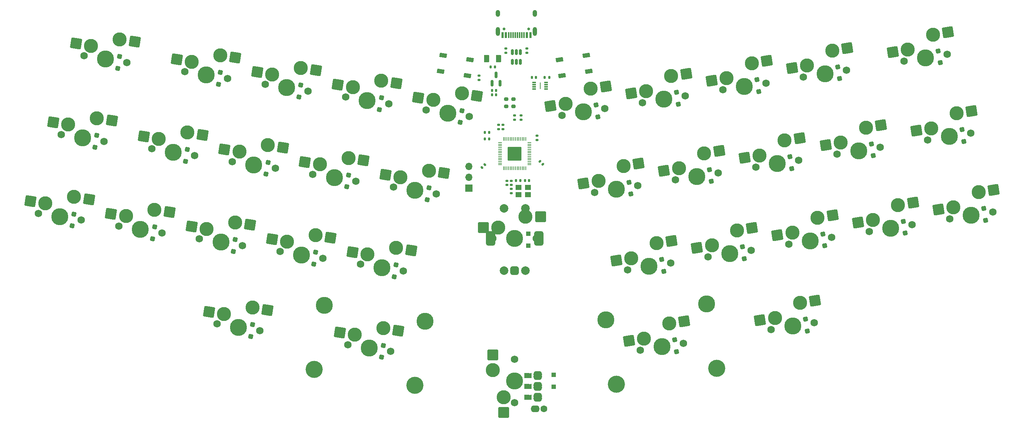
<source format=gbr>
%TF.GenerationSoftware,KiCad,Pcbnew,(7.0.0)*%
%TF.CreationDate,2024-04-21T17:58:07+02:00*%
%TF.ProjectId,clops,636c6f70-732e-46b6-9963-61645f706362,rev?*%
%TF.SameCoordinates,Original*%
%TF.FileFunction,Soldermask,Bot*%
%TF.FilePolarity,Negative*%
%FSLAX46Y46*%
G04 Gerber Fmt 4.6, Leading zero omitted, Abs format (unit mm)*
G04 Created by KiCad (PCBNEW (7.0.0)) date 2024-04-21 17:58:07*
%MOMM*%
%LPD*%
G01*
G04 APERTURE LIST*
G04 Aperture macros list*
%AMRoundRect*
0 Rectangle with rounded corners*
0 $1 Rounding radius*
0 $2 $3 $4 $5 $6 $7 $8 $9 X,Y pos of 4 corners*
0 Add a 4 corners polygon primitive as box body*
4,1,4,$2,$3,$4,$5,$6,$7,$8,$9,$2,$3,0*
0 Add four circle primitives for the rounded corners*
1,1,$1+$1,$2,$3*
1,1,$1+$1,$4,$5*
1,1,$1+$1,$6,$7*
1,1,$1+$1,$8,$9*
0 Add four rect primitives between the rounded corners*
20,1,$1+$1,$2,$3,$4,$5,0*
20,1,$1+$1,$4,$5,$6,$7,0*
20,1,$1+$1,$6,$7,$8,$9,0*
20,1,$1+$1,$8,$9,$2,$3,0*%
%AMRotRect*
0 Rectangle, with rotation*
0 The origin of the aperture is its center*
0 $1 length*
0 $2 width*
0 $3 Rotation angle, in degrees counterclockwise*
0 Add horizontal line*
21,1,$1,$2,0,0,$3*%
%AMFreePoly0*
4,1,6,0.600000,-0.250000,-0.600000,-0.250000,-0.600000,1.000000,0.000000,0.400000,0.600000,1.000000,0.600000,-0.250000,0.600000,-0.250000,$1*%
%AMFreePoly1*
4,1,6,0.600000,0.200000,0.000000,-0.400000,-0.600000,0.200000,-0.600000,0.400000,0.600000,0.400000,0.600000,0.200000,0.600000,0.200000,$1*%
G04 Aperture macros list end*
%ADD10C,0.100000*%
%ADD11C,4.000000*%
%ADD12C,3.987800*%
%ADD13R,1.700000X1.700000*%
%ADD14O,1.700000X1.700000*%
%ADD15O,2.100000X1.600000*%
%ADD16FreePoly0,270.000000*%
%ADD17FreePoly1,270.000000*%
%ADD18C,1.600000*%
%ADD19C,2.000000*%
%ADD20RoundRect,0.500000X0.500000X-0.500000X0.500000X0.500000X-0.500000X0.500000X-0.500000X-0.500000X0*%
%ADD21RoundRect,0.550000X0.550000X-1.150000X0.550000X1.150000X-0.550000X1.150000X-0.550000X-1.150000X0*%
%ADD22RoundRect,0.250000X-0.300000X0.300000X-0.300000X-0.300000X0.300000X-0.300000X0.300000X0.300000X0*%
%ADD23RoundRect,0.250000X0.300000X-0.300000X0.300000X0.300000X-0.300000X0.300000X-0.300000X-0.300000X0*%
%ADD24C,1.750000*%
%ADD25C,3.300000*%
%ADD26RoundRect,0.250000X0.855946X1.148034X-1.168815X0.827343X-0.855946X-1.148034X1.168815X-0.827343X0*%
%ADD27RoundRect,0.250000X0.249376X-0.343237X0.343237X0.249376X-0.249376X0.343237X-0.343237X-0.249376X0*%
%ADD28RoundRect,0.250000X0.343237X-0.249376X0.249376X0.343237X-0.343237X0.249376X-0.249376X-0.343237X0*%
%ADD29RoundRect,0.140000X0.170000X-0.140000X0.170000X0.140000X-0.170000X0.140000X-0.170000X-0.140000X0*%
%ADD30RoundRect,0.150000X0.150000X-0.587500X0.150000X0.587500X-0.150000X0.587500X-0.150000X-0.587500X0*%
%ADD31RoundRect,0.200000X-0.275000X0.200000X-0.275000X-0.200000X0.275000X-0.200000X0.275000X0.200000X0*%
%ADD32RoundRect,0.135000X-0.185000X0.135000X-0.185000X-0.135000X0.185000X-0.135000X0.185000X0.135000X0*%
%ADD33RoundRect,0.250000X0.375000X0.625000X-0.375000X0.625000X-0.375000X-0.625000X0.375000X-0.625000X0*%
%ADD34RoundRect,0.250000X1.168815X0.827343X-0.855946X1.148034X-1.168815X-0.827343X0.855946X-1.148034X0*%
%ADD35RoundRect,0.135000X0.135000X0.185000X-0.135000X0.185000X-0.135000X-0.185000X0.135000X-0.185000X0*%
%ADD36R,0.900000X0.300000*%
%ADD37R,0.250000X1.650000*%
%ADD38RoundRect,0.140000X-0.021213X0.219203X-0.219203X0.021213X0.021213X-0.219203X0.219203X-0.021213X0*%
%ADD39RotRect,1.700000X1.000000X189.000000*%
%ADD40RoundRect,0.140000X0.140000X0.170000X-0.140000X0.170000X-0.140000X-0.170000X0.140000X-0.170000X0*%
%ADD41RoundRect,0.250000X-1.000000X1.025000X-1.000000X-1.025000X1.000000X-1.025000X1.000000X1.025000X0*%
%ADD42RoundRect,0.140000X-0.140000X-0.170000X0.140000X-0.170000X0.140000X0.170000X-0.140000X0.170000X0*%
%ADD43RoundRect,0.140000X-0.170000X0.140000X-0.170000X-0.140000X0.170000X-0.140000X0.170000X0.140000X0*%
%ADD44RoundRect,0.150000X0.150000X-0.512500X0.150000X0.512500X-0.150000X0.512500X-0.150000X-0.512500X0*%
%ADD45RoundRect,0.250000X1.025000X1.000000X-1.025000X1.000000X-1.025000X-1.000000X1.025000X-1.000000X0*%
%ADD46RoundRect,0.050000X0.387500X0.050000X-0.387500X0.050000X-0.387500X-0.050000X0.387500X-0.050000X0*%
%ADD47RoundRect,0.050000X0.050000X0.387500X-0.050000X0.387500X-0.050000X-0.387500X0.050000X-0.387500X0*%
%ADD48RoundRect,0.144000X1.456000X1.456000X-1.456000X1.456000X-1.456000X-1.456000X1.456000X-1.456000X0*%
%ADD49R,1.400000X1.200000*%
%ADD50RoundRect,0.140000X-0.219203X-0.021213X-0.021213X-0.219203X0.219203X0.021213X0.021213X0.219203X0*%
%ADD51C,0.650000*%
%ADD52R,0.600000X1.450000*%
%ADD53R,0.300000X1.450000*%
%ADD54O,1.000000X1.600000*%
%ADD55O,1.000000X2.100000*%
%ADD56RotRect,1.700000X1.000000X171.000000*%
%ADD57RoundRect,0.135000X-0.135000X-0.185000X0.135000X-0.185000X0.135000X0.185000X-0.135000X0.185000X0*%
G04 APERTURE END LIST*
%TO.C,EN1*%
G36*
X152185250Y-120999250D02*
G01*
X151169250Y-120999250D01*
X151169250Y-119983250D01*
X152185250Y-119983250D01*
X152185250Y-120999250D01*
G37*
D10*
X152185250Y-120999250D02*
X151169250Y-120999250D01*
X151169250Y-119983250D01*
X152185250Y-119983250D01*
X152185250Y-120999250D01*
G36*
X152185250Y-118459250D02*
G01*
X151169250Y-118459250D01*
X151169250Y-117443250D01*
X152185250Y-117443250D01*
X152185250Y-118459250D01*
G37*
X152185250Y-118459250D02*
X151169250Y-118459250D01*
X151169250Y-117443250D01*
X152185250Y-117443250D01*
X152185250Y-118459250D01*
G36*
X152185250Y-115919250D02*
G01*
X151169250Y-115919250D01*
X151169250Y-114903250D01*
X152185250Y-114903250D01*
X152185250Y-115919250D01*
G37*
X152185250Y-115919250D02*
X151169250Y-115919250D01*
X151169250Y-114903250D01*
X152185250Y-114903250D01*
X152185250Y-115919250D01*
%TD*%
D11*
%TO.C,S1*%
X125107317Y-117753082D03*
D12*
X127491378Y-102700712D03*
D11*
X101587988Y-114027986D03*
D12*
X103972049Y-98975616D03*
%TD*%
D13*
%TO.C,SWD1*%
X137715624Y-71596249D03*
D14*
X137715624Y-69056249D03*
X137715624Y-66516249D03*
%TD*%
D15*
%TO.C,EN1*%
X153806249Y-120753249D03*
D16*
X150915250Y-120491250D03*
D17*
X151931250Y-120491250D03*
D15*
X153806249Y-120229249D03*
X153806249Y-118213249D03*
D16*
X150915250Y-117951250D03*
D17*
X151931250Y-117951250D03*
D15*
X153806249Y-117689249D03*
X153806249Y-115673249D03*
D16*
X150915250Y-115411250D03*
D17*
X151931250Y-115411250D03*
D15*
X153806249Y-115149249D03*
D18*
X155281250Y-123229250D03*
D15*
X153181249Y-123229249D03*
%TD*%
D19*
%TO.C,SW2*%
X145931250Y-90843750D03*
X150931250Y-90843750D03*
D20*
X148431250Y-90843750D03*
D21*
X142831250Y-83343750D03*
X154031250Y-83343750D03*
D19*
X150931250Y-76343750D03*
X145931250Y-76343750D03*
%TD*%
D11*
%TO.C,S2*%
X195673342Y-113725889D03*
D12*
X193289281Y-98673519D03*
D11*
X172154013Y-117450985D03*
D12*
X169769952Y-102398615D03*
%TD*%
D22*
%TO.C,D34*%
X157559375Y-115281250D03*
X157559375Y-118081250D03*
%TD*%
D23*
%TO.C,D33*%
X151606250Y-85016250D03*
X151606250Y-82216250D03*
%TD*%
D24*
%TO.C,MX9*%
X225936365Y-43998026D03*
D12*
X220918908Y-44792713D03*
D24*
X215901451Y-45587400D03*
D25*
X216758472Y-42880000D03*
D26*
X213252178Y-43435342D03*
X226139243Y-38822570D03*
D25*
X222632949Y-39377913D03*
%TD*%
D27*
%TO.C,D15*%
X127975664Y-74251782D03*
X128413680Y-71486254D03*
%TD*%
D24*
%TO.C,MX36*%
X218413064Y-103051982D03*
D12*
X213395607Y-103846669D03*
D24*
X208378150Y-104641356D03*
D25*
X209235171Y-101933956D03*
D26*
X205728877Y-102489298D03*
X218615942Y-97876526D03*
D25*
X215109648Y-98431869D03*
%TD*%
D28*
%TO.C,D10*%
X247835784Y-42222847D03*
X247397768Y-39457319D03*
%TD*%
%TO.C,D28*%
X220868876Y-85068907D03*
X220430860Y-82303379D03*
%TD*%
D29*
%TO.C,C4*%
X145665500Y-57741018D03*
X145665500Y-56781018D03*
%TD*%
D30*
%TO.C,U4*%
X145015625Y-46975000D03*
X143115625Y-46975000D03*
X144065625Y-45100000D03*
%TD*%
D31*
%TO.C,R6*%
X146446875Y-50768750D03*
X146446875Y-52418750D03*
%TD*%
D32*
%TO.C,R1*%
X140096875Y-45243750D03*
X140096875Y-46263750D03*
%TD*%
D24*
%TO.C,MX20*%
X254975858Y-58686083D03*
D12*
X249958401Y-59480770D03*
D24*
X244940944Y-60275457D03*
D25*
X245797965Y-57568057D03*
D26*
X242291671Y-58123399D03*
X255178736Y-53510627D03*
D25*
X251672442Y-54065970D03*
%TD*%
D33*
%TO.C,F1*%
X144671875Y-41275000D03*
X141871875Y-41275000D03*
%TD*%
D24*
%TO.C,MX31*%
X88879701Y-104941162D03*
D12*
X83862244Y-104146475D03*
D24*
X78844787Y-103351788D03*
D25*
X80496495Y-101041731D03*
D34*
X76990201Y-100486389D03*
X90671953Y-100081704D03*
D25*
X87165659Y-99526362D03*
%TD*%
D27*
%TO.C,D23*%
X82660796Y-86362072D03*
X83098812Y-83596544D03*
%TD*%
D35*
%TO.C,R9*%
X156481875Y-45643750D03*
X155461875Y-45643750D03*
%TD*%
D36*
%TO.C,IC1*%
X155784374Y-46874999D03*
X155784374Y-47374999D03*
X155784374Y-47874999D03*
X155784374Y-48374999D03*
X152984374Y-48374999D03*
X152984374Y-47874999D03*
X152984374Y-47374999D03*
X152984374Y-46874999D03*
D37*
X154384374Y-47624999D03*
%TD*%
D28*
%TO.C,D29*%
X239684340Y-82088831D03*
X239246324Y-79323303D03*
%TD*%
D32*
%TO.C,R3*%
X146319875Y-38855480D03*
X146319875Y-39875480D03*
%TD*%
D28*
%TO.C,D20*%
X253355948Y-60636000D03*
X252917932Y-57870472D03*
%TD*%
D32*
%TO.C,R4*%
X151272875Y-38855480D03*
X151272875Y-39875480D03*
%TD*%
D27*
%TO.C,D32*%
X117311645Y-111137688D03*
X117749661Y-108372160D03*
%TD*%
D28*
%TO.C,D18*%
X213184934Y-66998464D03*
X212746918Y-64232936D03*
%TD*%
%TO.C,D9*%
X224316455Y-45947943D03*
X223878439Y-43182415D03*
%TD*%
D24*
%TO.C,MX15*%
X130118847Y-72897880D03*
D12*
X125101390Y-72103193D03*
D24*
X120083933Y-71308506D03*
D25*
X121735641Y-68998449D03*
D34*
X118229347Y-68443107D03*
X131911099Y-68038422D03*
D25*
X128404805Y-67483080D03*
%TD*%
D24*
%TO.C,MX5*%
X137802789Y-54827436D03*
D12*
X132785332Y-54032749D03*
D24*
X127767875Y-53238062D03*
D25*
X129419583Y-50928005D03*
D34*
X125913289Y-50372663D03*
X139595041Y-49967978D03*
D25*
X136088747Y-49412636D03*
%TD*%
D38*
%TO.C,C11*%
X141464661Y-66081482D03*
X140785839Y-66760304D03*
%TD*%
D27*
%TO.C,D2*%
X79213217Y-47241108D03*
X79651233Y-44475580D03*
%TD*%
D29*
%TO.C,C8*%
X144649500Y-57741018D03*
X144649500Y-56781018D03*
%TD*%
D27*
%TO.C,D1*%
X55693889Y-43516013D03*
X56131905Y-40750485D03*
%TD*%
D39*
%TO.C,SW4*%
X165135867Y-40493123D03*
X158913430Y-41478660D03*
X165730318Y-44246338D03*
X159507881Y-45231875D03*
%TD*%
D24*
%TO.C,MX29*%
X241304250Y-80138914D03*
D12*
X236286793Y-80933601D03*
D24*
X231269336Y-81728288D03*
D25*
X232126357Y-79020888D03*
D26*
X228620063Y-79576230D03*
X241507128Y-74963458D03*
D25*
X238000834Y-75518801D03*
%TD*%
D27*
%TO.C,D11*%
X50361879Y-61958966D03*
X50799895Y-59193438D03*
%TD*%
%TO.C,D24*%
X101476258Y-89342149D03*
X101914274Y-86576621D03*
%TD*%
D40*
%TO.C,C17*%
X144069875Y-49723375D03*
X143109875Y-49723375D03*
%TD*%
D27*
%TO.C,D13*%
X90344738Y-68291629D03*
X90782754Y-65526101D03*
%TD*%
D29*
%TO.C,C13*%
X148431250Y-55547250D03*
X148431250Y-54587250D03*
%TD*%
D24*
%TO.C,MX34*%
X148431250Y-111601250D03*
D12*
X148431250Y-116681250D03*
D24*
X148431250Y-121761250D03*
D25*
X145891250Y-120491250D03*
D41*
X145891250Y-124041250D03*
X143351250Y-110591250D03*
D25*
X143351250Y-114141250D03*
%TD*%
D27*
%TO.C,D4*%
X116844143Y-53201261D03*
X117282159Y-50435733D03*
%TD*%
D42*
%TO.C,C16*%
X142823625Y-43243500D03*
X143783625Y-43243500D03*
%TD*%
D43*
%TO.C,C10*%
X147597984Y-69849030D03*
X147597984Y-70809030D03*
%TD*%
D27*
%TO.C,D12*%
X71529275Y-65311552D03*
X71967291Y-62546024D03*
%TD*%
D28*
%TO.C,D7*%
X186685529Y-51908096D03*
X186247513Y-49142568D03*
%TD*%
D29*
%TO.C,C15*%
X153666500Y-60281018D03*
X153666500Y-59321018D03*
%TD*%
D28*
%TO.C,D16*%
X175554009Y-72958617D03*
X175115993Y-70193089D03*
%TD*%
D44*
%TO.C,U2*%
X149778125Y-42011105D03*
X148828125Y-42011105D03*
X147878125Y-42011105D03*
X147878125Y-39736105D03*
X148828125Y-39736105D03*
X149778125Y-39736105D03*
%TD*%
D24*
%TO.C,MX26*%
X184857861Y-89079144D03*
D12*
X179840404Y-89873831D03*
D24*
X174822947Y-90668518D03*
D25*
X175679968Y-87961118D03*
D26*
X172173674Y-88516460D03*
X185060739Y-83903688D03*
D25*
X181554445Y-84459031D03*
%TD*%
D43*
%TO.C,C6*%
X146604234Y-69849030D03*
X146604234Y-70809030D03*
%TD*%
D28*
%TO.C,D6*%
X167870067Y-54888173D03*
X167432051Y-52122645D03*
%TD*%
D24*
%TO.C,MX21*%
X47173053Y-79048018D03*
D12*
X42155596Y-78253331D03*
D24*
X37138139Y-77458644D03*
D25*
X38789847Y-75148587D03*
D34*
X35283553Y-74593245D03*
X48965305Y-74188560D03*
D25*
X45459011Y-73633218D03*
%TD*%
D24*
%TO.C,MX25*%
X122434904Y-90968324D03*
D12*
X117417447Y-90173637D03*
D24*
X112399990Y-89378950D03*
D25*
X114051698Y-87068893D03*
D34*
X110545404Y-86513551D03*
X124227156Y-86108866D03*
D25*
X120720862Y-85553524D03*
%TD*%
D24*
%TO.C,MX3*%
X100171863Y-48867283D03*
D12*
X95154406Y-48072596D03*
D24*
X90136949Y-47277909D03*
D25*
X91788657Y-44967852D03*
D34*
X88282363Y-44412510D03*
X101964115Y-44007825D03*
D25*
X98457821Y-43452483D03*
%TD*%
D24*
%TO.C,MX10*%
X249455694Y-40272931D03*
D12*
X244438237Y-41067618D03*
D24*
X239420780Y-41862305D03*
D25*
X240277801Y-39154905D03*
D26*
X236771507Y-39710247D03*
X249658572Y-35097475D03*
D25*
X246152278Y-35652818D03*
%TD*%
D24*
%TO.C,MX35*%
X187837938Y-107894607D03*
D12*
X182820481Y-108689294D03*
D24*
X177803024Y-109483981D03*
D25*
X178660045Y-106776581D03*
D26*
X175153751Y-107331923D03*
X188040816Y-102719151D03*
D25*
X184534522Y-103274494D03*
%TD*%
D28*
%TO.C,D27*%
X202053414Y-88048984D03*
X201615398Y-85283456D03*
%TD*%
D27*
%TO.C,D21*%
X45029870Y-80401919D03*
X45467886Y-77636391D03*
%TD*%
D24*
%TO.C,MX23*%
X84803978Y-85008171D03*
D12*
X79786521Y-84213484D03*
D24*
X74769064Y-83418797D03*
D25*
X76420772Y-81108740D03*
D34*
X72914478Y-80553398D03*
X86596230Y-80148713D03*
D25*
X83089936Y-79593371D03*
%TD*%
D24*
%TO.C,MX14*%
X111303384Y-69917804D03*
D12*
X106285927Y-69123117D03*
D24*
X101268470Y-68328430D03*
D25*
X102920178Y-66018373D03*
D34*
X99413884Y-65463031D03*
X113095636Y-65058346D03*
D25*
X109589342Y-64503004D03*
%TD*%
D24*
%TO.C,MX33*%
X153511250Y-83343750D03*
D12*
X148431250Y-83343750D03*
D24*
X143351250Y-83343750D03*
D25*
X144621250Y-80803750D03*
D45*
X141071250Y-80803750D03*
X154521250Y-78263750D03*
D25*
X150971250Y-78263750D03*
%TD*%
D27*
%TO.C,D22*%
X63845333Y-83381996D03*
X64283349Y-80616468D03*
%TD*%
D24*
%TO.C,MX2*%
X81356400Y-45887207D03*
D12*
X76338943Y-45092520D03*
D24*
X71321486Y-44297833D03*
D25*
X72973194Y-41987776D03*
D34*
X69466900Y-41432434D03*
X83148652Y-41027749D03*
D25*
X79642358Y-40472407D03*
%TD*%
D24*
%TO.C,MX6*%
X169489977Y-52938256D03*
D12*
X164472520Y-53732943D03*
D24*
X159455063Y-54527630D03*
D25*
X160312084Y-51820230D03*
D26*
X156805790Y-52375572D03*
X169692855Y-47762800D03*
D25*
X166186561Y-48318143D03*
%TD*%
D29*
%TO.C,C5*%
X149955250Y-55547250D03*
X149955250Y-54587250D03*
%TD*%
D28*
%TO.C,D17*%
X194369472Y-69978540D03*
X193931456Y-67213012D03*
%TD*%
%TO.C,D19*%
X232188552Y-63988586D03*
X231750536Y-61223058D03*
%TD*%
%TO.C,D26*%
X183237951Y-91029060D03*
X182799935Y-88263532D03*
%TD*%
D40*
%TO.C,C2*%
X151775625Y-69818250D03*
X150815625Y-69818250D03*
%TD*%
%TO.C,C9*%
X142434250Y-60039250D03*
X141474250Y-60039250D03*
%TD*%
D27*
%TO.C,D25*%
X120291721Y-92322225D03*
X120729737Y-89556697D03*
%TD*%
D42*
%TO.C,C7*%
X143109875Y-48707375D03*
X144069875Y-48707375D03*
%TD*%
D29*
%TO.C,C3*%
X147632750Y-72727018D03*
X147632750Y-71767018D03*
%TD*%
D27*
%TO.C,D3*%
X98028680Y-50221185D03*
X98466696Y-47455657D03*
%TD*%
D31*
%TO.C,R5*%
X148097875Y-50768750D03*
X148097875Y-52418750D03*
%TD*%
D24*
%TO.C,MX19*%
X233808462Y-62038669D03*
D12*
X228791005Y-62833356D03*
D24*
X223773548Y-63628043D03*
D25*
X224630569Y-60920643D03*
D26*
X221124275Y-61475985D03*
X234011340Y-56863213D03*
D25*
X230505046Y-57418556D03*
%TD*%
D27*
%TO.C,D5*%
X135659606Y-56181338D03*
X136097622Y-53415810D03*
%TD*%
D28*
%TO.C,D35*%
X186218028Y-109844523D03*
X185780012Y-107078995D03*
%TD*%
D24*
%TO.C,MX24*%
X103619441Y-87988247D03*
D12*
X98601984Y-87193560D03*
D24*
X93584527Y-86398873D03*
D25*
X95236235Y-84088816D03*
D34*
X91729941Y-83533474D03*
X105411693Y-83128789D03*
D25*
X101905399Y-82573447D03*
%TD*%
D24*
%TO.C,MX18*%
X214804844Y-65048547D03*
D12*
X209787387Y-65843234D03*
D24*
X204769930Y-66637921D03*
D25*
X205626951Y-63930521D03*
D26*
X202120657Y-64485863D03*
X215007722Y-59873091D03*
D25*
X211501428Y-60428434D03*
%TD*%
D24*
%TO.C,MX30*%
X260119713Y-77158837D03*
D12*
X255102256Y-77953524D03*
D24*
X250084799Y-78748211D03*
D25*
X250941820Y-76040811D03*
D26*
X247435526Y-76596153D03*
X260322591Y-71983381D03*
D25*
X256816297Y-72538724D03*
%TD*%
D46*
%TO.C,U3*%
X151868750Y-60900000D03*
X151868750Y-61300000D03*
X151868750Y-61700000D03*
X151868750Y-62100000D03*
X151868750Y-62500000D03*
X151868750Y-62900000D03*
X151868750Y-63300000D03*
X151868750Y-63700000D03*
X151868750Y-64100000D03*
X151868750Y-64500000D03*
X151868750Y-64900000D03*
X151868750Y-65300000D03*
X151868750Y-65700000D03*
X151868750Y-66100000D03*
D47*
X151031250Y-66937500D03*
X150631250Y-66937500D03*
X150231250Y-66937500D03*
X149831250Y-66937500D03*
X149431250Y-66937500D03*
X149031250Y-66937500D03*
X148631250Y-66937500D03*
X148231250Y-66937500D03*
X147831250Y-66937500D03*
X147431250Y-66937500D03*
X147031250Y-66937500D03*
X146631250Y-66937500D03*
X146231250Y-66937500D03*
X145831250Y-66937500D03*
D46*
X144993750Y-66100000D03*
X144993750Y-65700000D03*
X144993750Y-65300000D03*
X144993750Y-64900000D03*
X144993750Y-64500000D03*
X144993750Y-64100000D03*
X144993750Y-63700000D03*
X144993750Y-63300000D03*
X144993750Y-62900000D03*
X144993750Y-62500000D03*
X144993750Y-62100000D03*
X144993750Y-61700000D03*
X144993750Y-61300000D03*
X144993750Y-60900000D03*
D47*
X145831250Y-60062500D03*
X146231250Y-60062500D03*
X146631250Y-60062500D03*
X147031250Y-60062500D03*
X147431250Y-60062500D03*
X147831250Y-60062500D03*
X148231250Y-60062500D03*
X148631250Y-60062500D03*
X149031250Y-60062500D03*
X149431250Y-60062500D03*
X149831250Y-60062500D03*
X150231250Y-60062500D03*
X150631250Y-60062500D03*
X151031250Y-60062500D03*
D48*
X148431250Y-63500000D03*
%TD*%
D24*
%TO.C,MX16*%
X177173919Y-71008700D03*
D12*
X172156462Y-71803387D03*
D24*
X167139005Y-72598074D03*
D25*
X167996026Y-69890674D03*
D26*
X164489732Y-70446016D03*
X177376797Y-65833244D03*
D25*
X173870503Y-66388587D03*
%TD*%
D28*
%TO.C,D8*%
X205500991Y-48928020D03*
X205062975Y-46162492D03*
%TD*%
D24*
%TO.C,MX8*%
X207120902Y-46978103D03*
D12*
X202103445Y-47772790D03*
D24*
X197085988Y-48567477D03*
D25*
X197943009Y-45860077D03*
D26*
X194436715Y-46415419D03*
X207323780Y-41802647D03*
D25*
X203817486Y-42357990D03*
%TD*%
D27*
%TO.C,D31*%
X86736518Y-106295064D03*
X87174534Y-103529536D03*
%TD*%
D24*
%TO.C,MX32*%
X119454828Y-109783787D03*
D12*
X114437371Y-108989100D03*
D24*
X109419914Y-108194413D03*
D25*
X111071622Y-105884356D03*
D34*
X107565328Y-105329014D03*
X121247080Y-104924329D03*
D25*
X117740786Y-104368987D03*
%TD*%
D40*
%TO.C,C18*%
X153376875Y-45643750D03*
X152416875Y-45643750D03*
%TD*%
D49*
%TO.C,Y1*%
X149315624Y-71381249D03*
X151515624Y-71381249D03*
X151515624Y-73081249D03*
X149315624Y-73081249D03*
%TD*%
D24*
%TO.C,MX4*%
X118987326Y-51847360D03*
D12*
X113969869Y-51052673D03*
D24*
X108952412Y-50257986D03*
D25*
X110604120Y-47947929D03*
D34*
X107097826Y-47392587D03*
X120779578Y-46987902D03*
D25*
X117273284Y-46432560D03*
%TD*%
D24*
%TO.C,MX17*%
X195989382Y-68028623D03*
D12*
X190971925Y-68823310D03*
D24*
X185954468Y-69617997D03*
D25*
X186811489Y-66910597D03*
D26*
X183305195Y-67465939D03*
X196192260Y-62853167D03*
D25*
X192685966Y-63408510D03*
%TD*%
D24*
%TO.C,MX27*%
X203673324Y-86099067D03*
D12*
X198655867Y-86893754D03*
D24*
X193638410Y-87688441D03*
D25*
X194495431Y-84981041D03*
D26*
X190989137Y-85536383D03*
X203876202Y-80923611D03*
D25*
X200369908Y-81478954D03*
%TD*%
D50*
%TO.C,C12*%
X154343089Y-65303607D03*
X155021911Y-65982429D03*
%TD*%
D24*
%TO.C,MX7*%
X188305440Y-49958180D03*
D12*
X183287983Y-50752867D03*
D24*
X178270526Y-51547554D03*
D25*
X179127547Y-48840154D03*
D26*
X175621253Y-49395496D03*
X188508318Y-44782724D03*
D25*
X185002024Y-45338067D03*
%TD*%
D51*
%TO.C,J1*%
X145938125Y-34350000D03*
X151718125Y-34350000D03*
D52*
X145578124Y-35794999D03*
X146378124Y-35794999D03*
D53*
X147578124Y-35794999D03*
X148578124Y-35794999D03*
X149078124Y-35794999D03*
X150078124Y-35794999D03*
D52*
X151278124Y-35794999D03*
X152078124Y-35794999D03*
X152078124Y-35794999D03*
X151278124Y-35794999D03*
D53*
X150578124Y-35794999D03*
X149578124Y-35794999D03*
X148078124Y-35794999D03*
X147078124Y-35794999D03*
D52*
X146378124Y-35794999D03*
X145578124Y-35794999D03*
D54*
X144508124Y-30699999D03*
D55*
X144508124Y-34879999D03*
D54*
X153148124Y-30699999D03*
D55*
X153148124Y-34879999D03*
%TD*%
D56*
%TO.C,SWR1*%
X137949068Y-41478660D03*
X131726631Y-40493123D03*
X137354617Y-45231875D03*
X131132180Y-44246338D03*
%TD*%
D24*
%TO.C,MX13*%
X92487921Y-66937727D03*
D12*
X87470464Y-66143040D03*
D24*
X82453007Y-65348353D03*
D25*
X84104715Y-63038296D03*
D34*
X80598421Y-62482954D03*
X94280173Y-62078269D03*
D25*
X90773879Y-61522927D03*
%TD*%
D28*
%TO.C,D30*%
X258499803Y-79108754D03*
X258061787Y-76343226D03*
%TD*%
D24*
%TO.C,MX12*%
X73672458Y-63957650D03*
D12*
X68655001Y-63162963D03*
D24*
X63637544Y-62368276D03*
D25*
X65289252Y-60058219D03*
D34*
X61782958Y-59502877D03*
X75464710Y-59098192D03*
D25*
X71958416Y-58542850D03*
%TD*%
D24*
%TO.C,MX11*%
X52505062Y-60605064D03*
D12*
X47487605Y-59810377D03*
D24*
X42470148Y-59015690D03*
D25*
X44121856Y-56705633D03*
D34*
X40615562Y-56150291D03*
X54297314Y-55745606D03*
D25*
X50791020Y-55190264D03*
%TD*%
D24*
%TO.C,MX28*%
X222488786Y-83118991D03*
D12*
X217471329Y-83913678D03*
D24*
X212453872Y-84708365D03*
D25*
X213310893Y-82000965D03*
D26*
X209804599Y-82556307D03*
X222691664Y-77943535D03*
D25*
X219185370Y-78498878D03*
%TD*%
D24*
%TO.C,MX22*%
X65988516Y-82028094D03*
D12*
X60971059Y-81233407D03*
D24*
X55953602Y-80438720D03*
D25*
X57605310Y-78128663D03*
D34*
X54099016Y-77573321D03*
X67780768Y-77168636D03*
D25*
X64274474Y-76613294D03*
%TD*%
D57*
%TO.C,R7*%
X148710250Y-69818250D03*
X149730250Y-69818250D03*
%TD*%
D28*
%TO.C,D36*%
X216793154Y-105001899D03*
X216355138Y-102236371D03*
%TD*%
D27*
%TO.C,D14*%
X109160201Y-71271705D03*
X109598217Y-68506177D03*
%TD*%
D24*
%TO.C,MX1*%
X57837072Y-42162111D03*
D12*
X52819615Y-41367424D03*
D24*
X47802158Y-40572737D03*
D25*
X49453866Y-38262680D03*
D34*
X45947572Y-37707338D03*
X59629324Y-37302653D03*
D25*
X56123030Y-36747311D03*
%TD*%
D40*
%TO.C,C14*%
X142434250Y-58515250D03*
X141474250Y-58515250D03*
%TD*%
M02*

</source>
